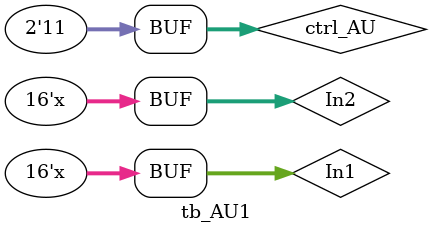
<source format=v>



`timescale 1ps/1ps
module tb_AU1();
	parameter msb = 15;
	parameter T = 2;

	reg signed[msb:0] In1, In2;
	reg[1:0] ctrl_AU;
	wire[msb:0] O;
	
	initial begin 
		In1 = 55;
		In2 = -99;
	end
	
	//module AU1(Out, In1, In2, ctrl);
   AU1 tb_au1(.Out(O), .In1(In1), .In2(In2), .ctrl(ctrl_AU));
	always begin 
		#0 In1 = In1 * 5; In2 = In2 * 9;  ctrl_AU = 2'b00;
		#T In1 = In1 * 5; In2 = In2 * 9;  ctrl_AU = 2'b01;
		#T In1 = In1 * 5; In2 = In2 * 9;  ctrl_AU = 2'b10;
		#T In1 = In1 * 5; In2 = In2 * 9;  ctrl_AU = 2'b11;
	end
	
endmodule



</source>
